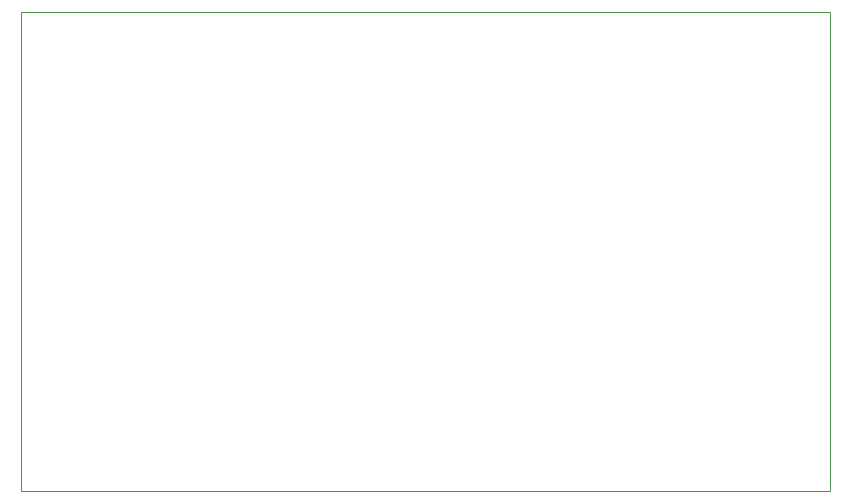
<source format=gbr>
%TF.GenerationSoftware,KiCad,Pcbnew,8.0.5*%
%TF.CreationDate,2024-11-12T13:57:52+11:00*%
%TF.ProjectId,wheel,77686565-6c2e-46b6-9963-61645f706362,rev?*%
%TF.SameCoordinates,Original*%
%TF.FileFunction,Profile,NP*%
%FSLAX46Y46*%
G04 Gerber Fmt 4.6, Leading zero omitted, Abs format (unit mm)*
G04 Created by KiCad (PCBNEW 8.0.5) date 2024-11-12 13:57:52*
%MOMM*%
%LPD*%
G01*
G04 APERTURE LIST*
%TA.AperFunction,Profile*%
%ADD10C,0.050000*%
%TD*%
G04 APERTURE END LIST*
D10*
X82500000Y-55000000D02*
X151000000Y-55000000D01*
X151000000Y-95500000D01*
X82500000Y-95500000D01*
X82500000Y-55000000D01*
M02*

</source>
